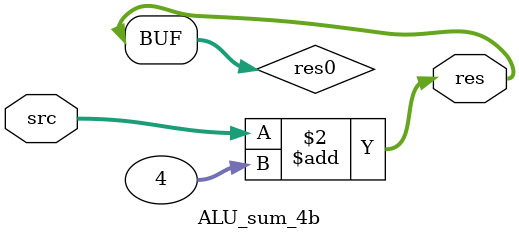
<source format=v>

module ALU_sum_4b(
    input wire [31:0]   src,      
    output reg [31:0]   res     
);

reg [31:0] res0;

always @(*) 
    begin   
        res0 = src + 32'h0000004;
        res <= res0;  
    end

endmodule
</source>
